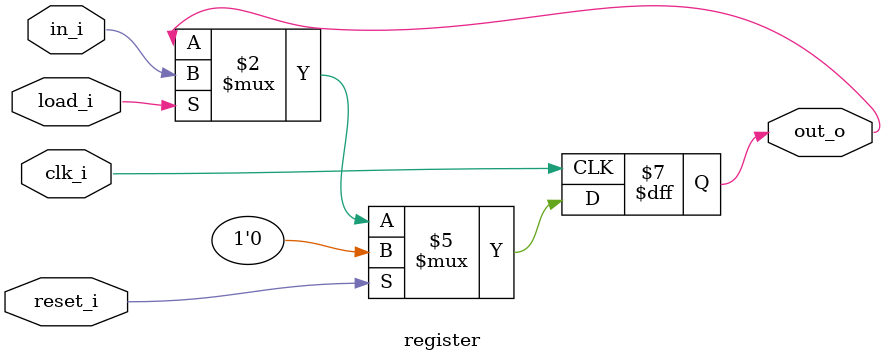
<source format=v>
/*  general register

    register #(.WIDTH(), .RESET_VAL()) u_pc_register(
        .clk_i(),
        .in_i(),
        .reset_i(),
        .load_i(),
        .out_o()
    );

*/

`include "defines.v"

module register #(
    parameter WIDTH = 1, 
    parameter RESET_VAL = 0) (
    input wire clk_i,
    input wire reset_i,
    input wire [WIDTH-1:0] in_i,
    input wire load_i,
    output reg [WIDTH-1:0] out_o
);
    always @ (posedge clk_i) begin
        if (reset_i) begin
            out_o <= RESET_VAL;
        end
    else if (load_i) begin 
            out_o <= in_i;
    end
    end
endmodule


</source>
